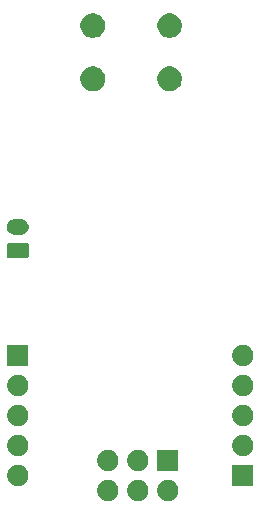
<source format=gbr>
G04 #@! TF.GenerationSoftware,KiCad,Pcbnew,5.1.5+dfsg1-2build2*
G04 #@! TF.CreationDate,2021-03-19T14:08:30-04:00*
G04 #@! TF.ProjectId,hawk,6861776b-2e6b-4696-9361-645f70636258,rev?*
G04 #@! TF.SameCoordinates,Original*
G04 #@! TF.FileFunction,Soldermask,Bot*
G04 #@! TF.FilePolarity,Negative*
%FSLAX46Y46*%
G04 Gerber Fmt 4.6, Leading zero omitted, Abs format (unit mm)*
G04 Created by KiCad (PCBNEW 5.1.5+dfsg1-2build2) date 2021-03-19 14:08:30*
%MOMM*%
%LPD*%
G04 APERTURE LIST*
%ADD10C,0.100000*%
G04 APERTURE END LIST*
D10*
G36*
X138543512Y-115943927D02*
G01*
X138692812Y-115973624D01*
X138856784Y-116041544D01*
X139004354Y-116140147D01*
X139129853Y-116265646D01*
X139228456Y-116413216D01*
X139296376Y-116577188D01*
X139331000Y-116751259D01*
X139331000Y-116928741D01*
X139296376Y-117102812D01*
X139228456Y-117266784D01*
X139129853Y-117414354D01*
X139004354Y-117539853D01*
X138856784Y-117638456D01*
X138692812Y-117706376D01*
X138543512Y-117736073D01*
X138518742Y-117741000D01*
X138341258Y-117741000D01*
X138316488Y-117736073D01*
X138167188Y-117706376D01*
X138003216Y-117638456D01*
X137855646Y-117539853D01*
X137730147Y-117414354D01*
X137631544Y-117266784D01*
X137563624Y-117102812D01*
X137529000Y-116928741D01*
X137529000Y-116751259D01*
X137563624Y-116577188D01*
X137631544Y-116413216D01*
X137730147Y-116265646D01*
X137855646Y-116140147D01*
X138003216Y-116041544D01*
X138167188Y-115973624D01*
X138316488Y-115943927D01*
X138341258Y-115939000D01*
X138518742Y-115939000D01*
X138543512Y-115943927D01*
G37*
G36*
X133463512Y-115943927D02*
G01*
X133612812Y-115973624D01*
X133776784Y-116041544D01*
X133924354Y-116140147D01*
X134049853Y-116265646D01*
X134148456Y-116413216D01*
X134216376Y-116577188D01*
X134251000Y-116751259D01*
X134251000Y-116928741D01*
X134216376Y-117102812D01*
X134148456Y-117266784D01*
X134049853Y-117414354D01*
X133924354Y-117539853D01*
X133776784Y-117638456D01*
X133612812Y-117706376D01*
X133463512Y-117736073D01*
X133438742Y-117741000D01*
X133261258Y-117741000D01*
X133236488Y-117736073D01*
X133087188Y-117706376D01*
X132923216Y-117638456D01*
X132775646Y-117539853D01*
X132650147Y-117414354D01*
X132551544Y-117266784D01*
X132483624Y-117102812D01*
X132449000Y-116928741D01*
X132449000Y-116751259D01*
X132483624Y-116577188D01*
X132551544Y-116413216D01*
X132650147Y-116265646D01*
X132775646Y-116140147D01*
X132923216Y-116041544D01*
X133087188Y-115973624D01*
X133236488Y-115943927D01*
X133261258Y-115939000D01*
X133438742Y-115939000D01*
X133463512Y-115943927D01*
G37*
G36*
X136003512Y-115943927D02*
G01*
X136152812Y-115973624D01*
X136316784Y-116041544D01*
X136464354Y-116140147D01*
X136589853Y-116265646D01*
X136688456Y-116413216D01*
X136756376Y-116577188D01*
X136791000Y-116751259D01*
X136791000Y-116928741D01*
X136756376Y-117102812D01*
X136688456Y-117266784D01*
X136589853Y-117414354D01*
X136464354Y-117539853D01*
X136316784Y-117638456D01*
X136152812Y-117706376D01*
X136003512Y-117736073D01*
X135978742Y-117741000D01*
X135801258Y-117741000D01*
X135776488Y-117736073D01*
X135627188Y-117706376D01*
X135463216Y-117638456D01*
X135315646Y-117539853D01*
X135190147Y-117414354D01*
X135091544Y-117266784D01*
X135023624Y-117102812D01*
X134989000Y-116928741D01*
X134989000Y-116751259D01*
X135023624Y-116577188D01*
X135091544Y-116413216D01*
X135190147Y-116265646D01*
X135315646Y-116140147D01*
X135463216Y-116041544D01*
X135627188Y-115973624D01*
X135776488Y-115943927D01*
X135801258Y-115939000D01*
X135978742Y-115939000D01*
X136003512Y-115943927D01*
G37*
G36*
X125843512Y-114673927D02*
G01*
X125992812Y-114703624D01*
X126156784Y-114771544D01*
X126304354Y-114870147D01*
X126429853Y-114995646D01*
X126528456Y-115143216D01*
X126596376Y-115307188D01*
X126631000Y-115481259D01*
X126631000Y-115658741D01*
X126596376Y-115832812D01*
X126528456Y-115996784D01*
X126429853Y-116144354D01*
X126304354Y-116269853D01*
X126156784Y-116368456D01*
X125992812Y-116436376D01*
X125843512Y-116466073D01*
X125818742Y-116471000D01*
X125641258Y-116471000D01*
X125616488Y-116466073D01*
X125467188Y-116436376D01*
X125303216Y-116368456D01*
X125155646Y-116269853D01*
X125030147Y-116144354D01*
X124931544Y-115996784D01*
X124863624Y-115832812D01*
X124829000Y-115658741D01*
X124829000Y-115481259D01*
X124863624Y-115307188D01*
X124931544Y-115143216D01*
X125030147Y-114995646D01*
X125155646Y-114870147D01*
X125303216Y-114771544D01*
X125467188Y-114703624D01*
X125616488Y-114673927D01*
X125641258Y-114669000D01*
X125818742Y-114669000D01*
X125843512Y-114673927D01*
G37*
G36*
X145681000Y-116471000D02*
G01*
X143879000Y-116471000D01*
X143879000Y-114669000D01*
X145681000Y-114669000D01*
X145681000Y-116471000D01*
G37*
G36*
X136003512Y-113403927D02*
G01*
X136152812Y-113433624D01*
X136316784Y-113501544D01*
X136464354Y-113600147D01*
X136589853Y-113725646D01*
X136688456Y-113873216D01*
X136756376Y-114037188D01*
X136791000Y-114211259D01*
X136791000Y-114388741D01*
X136756376Y-114562812D01*
X136688456Y-114726784D01*
X136589853Y-114874354D01*
X136464354Y-114999853D01*
X136316784Y-115098456D01*
X136152812Y-115166376D01*
X136003512Y-115196073D01*
X135978742Y-115201000D01*
X135801258Y-115201000D01*
X135776488Y-115196073D01*
X135627188Y-115166376D01*
X135463216Y-115098456D01*
X135315646Y-114999853D01*
X135190147Y-114874354D01*
X135091544Y-114726784D01*
X135023624Y-114562812D01*
X134989000Y-114388741D01*
X134989000Y-114211259D01*
X135023624Y-114037188D01*
X135091544Y-113873216D01*
X135190147Y-113725646D01*
X135315646Y-113600147D01*
X135463216Y-113501544D01*
X135627188Y-113433624D01*
X135776488Y-113403927D01*
X135801258Y-113399000D01*
X135978742Y-113399000D01*
X136003512Y-113403927D01*
G37*
G36*
X139331000Y-115201000D02*
G01*
X137529000Y-115201000D01*
X137529000Y-113399000D01*
X139331000Y-113399000D01*
X139331000Y-115201000D01*
G37*
G36*
X133463512Y-113403927D02*
G01*
X133612812Y-113433624D01*
X133776784Y-113501544D01*
X133924354Y-113600147D01*
X134049853Y-113725646D01*
X134148456Y-113873216D01*
X134216376Y-114037188D01*
X134251000Y-114211259D01*
X134251000Y-114388741D01*
X134216376Y-114562812D01*
X134148456Y-114726784D01*
X134049853Y-114874354D01*
X133924354Y-114999853D01*
X133776784Y-115098456D01*
X133612812Y-115166376D01*
X133463512Y-115196073D01*
X133438742Y-115201000D01*
X133261258Y-115201000D01*
X133236488Y-115196073D01*
X133087188Y-115166376D01*
X132923216Y-115098456D01*
X132775646Y-114999853D01*
X132650147Y-114874354D01*
X132551544Y-114726784D01*
X132483624Y-114562812D01*
X132449000Y-114388741D01*
X132449000Y-114211259D01*
X132483624Y-114037188D01*
X132551544Y-113873216D01*
X132650147Y-113725646D01*
X132775646Y-113600147D01*
X132923216Y-113501544D01*
X133087188Y-113433624D01*
X133236488Y-113403927D01*
X133261258Y-113399000D01*
X133438742Y-113399000D01*
X133463512Y-113403927D01*
G37*
G36*
X125843512Y-112133927D02*
G01*
X125992812Y-112163624D01*
X126156784Y-112231544D01*
X126304354Y-112330147D01*
X126429853Y-112455646D01*
X126528456Y-112603216D01*
X126596376Y-112767188D01*
X126631000Y-112941259D01*
X126631000Y-113118741D01*
X126596376Y-113292812D01*
X126528456Y-113456784D01*
X126429853Y-113604354D01*
X126304354Y-113729853D01*
X126156784Y-113828456D01*
X125992812Y-113896376D01*
X125843512Y-113926073D01*
X125818742Y-113931000D01*
X125641258Y-113931000D01*
X125616488Y-113926073D01*
X125467188Y-113896376D01*
X125303216Y-113828456D01*
X125155646Y-113729853D01*
X125030147Y-113604354D01*
X124931544Y-113456784D01*
X124863624Y-113292812D01*
X124829000Y-113118741D01*
X124829000Y-112941259D01*
X124863624Y-112767188D01*
X124931544Y-112603216D01*
X125030147Y-112455646D01*
X125155646Y-112330147D01*
X125303216Y-112231544D01*
X125467188Y-112163624D01*
X125616488Y-112133927D01*
X125641258Y-112129000D01*
X125818742Y-112129000D01*
X125843512Y-112133927D01*
G37*
G36*
X144893512Y-112133927D02*
G01*
X145042812Y-112163624D01*
X145206784Y-112231544D01*
X145354354Y-112330147D01*
X145479853Y-112455646D01*
X145578456Y-112603216D01*
X145646376Y-112767188D01*
X145681000Y-112941259D01*
X145681000Y-113118741D01*
X145646376Y-113292812D01*
X145578456Y-113456784D01*
X145479853Y-113604354D01*
X145354354Y-113729853D01*
X145206784Y-113828456D01*
X145042812Y-113896376D01*
X144893512Y-113926073D01*
X144868742Y-113931000D01*
X144691258Y-113931000D01*
X144666488Y-113926073D01*
X144517188Y-113896376D01*
X144353216Y-113828456D01*
X144205646Y-113729853D01*
X144080147Y-113604354D01*
X143981544Y-113456784D01*
X143913624Y-113292812D01*
X143879000Y-113118741D01*
X143879000Y-112941259D01*
X143913624Y-112767188D01*
X143981544Y-112603216D01*
X144080147Y-112455646D01*
X144205646Y-112330147D01*
X144353216Y-112231544D01*
X144517188Y-112163624D01*
X144666488Y-112133927D01*
X144691258Y-112129000D01*
X144868742Y-112129000D01*
X144893512Y-112133927D01*
G37*
G36*
X144893512Y-109593927D02*
G01*
X145042812Y-109623624D01*
X145206784Y-109691544D01*
X145354354Y-109790147D01*
X145479853Y-109915646D01*
X145578456Y-110063216D01*
X145646376Y-110227188D01*
X145681000Y-110401259D01*
X145681000Y-110578741D01*
X145646376Y-110752812D01*
X145578456Y-110916784D01*
X145479853Y-111064354D01*
X145354354Y-111189853D01*
X145206784Y-111288456D01*
X145042812Y-111356376D01*
X144893512Y-111386073D01*
X144868742Y-111391000D01*
X144691258Y-111391000D01*
X144666488Y-111386073D01*
X144517188Y-111356376D01*
X144353216Y-111288456D01*
X144205646Y-111189853D01*
X144080147Y-111064354D01*
X143981544Y-110916784D01*
X143913624Y-110752812D01*
X143879000Y-110578741D01*
X143879000Y-110401259D01*
X143913624Y-110227188D01*
X143981544Y-110063216D01*
X144080147Y-109915646D01*
X144205646Y-109790147D01*
X144353216Y-109691544D01*
X144517188Y-109623624D01*
X144666488Y-109593927D01*
X144691258Y-109589000D01*
X144868742Y-109589000D01*
X144893512Y-109593927D01*
G37*
G36*
X125843512Y-109593927D02*
G01*
X125992812Y-109623624D01*
X126156784Y-109691544D01*
X126304354Y-109790147D01*
X126429853Y-109915646D01*
X126528456Y-110063216D01*
X126596376Y-110227188D01*
X126631000Y-110401259D01*
X126631000Y-110578741D01*
X126596376Y-110752812D01*
X126528456Y-110916784D01*
X126429853Y-111064354D01*
X126304354Y-111189853D01*
X126156784Y-111288456D01*
X125992812Y-111356376D01*
X125843512Y-111386073D01*
X125818742Y-111391000D01*
X125641258Y-111391000D01*
X125616488Y-111386073D01*
X125467188Y-111356376D01*
X125303216Y-111288456D01*
X125155646Y-111189853D01*
X125030147Y-111064354D01*
X124931544Y-110916784D01*
X124863624Y-110752812D01*
X124829000Y-110578741D01*
X124829000Y-110401259D01*
X124863624Y-110227188D01*
X124931544Y-110063216D01*
X125030147Y-109915646D01*
X125155646Y-109790147D01*
X125303216Y-109691544D01*
X125467188Y-109623624D01*
X125616488Y-109593927D01*
X125641258Y-109589000D01*
X125818742Y-109589000D01*
X125843512Y-109593927D01*
G37*
G36*
X125843512Y-107053927D02*
G01*
X125992812Y-107083624D01*
X126156784Y-107151544D01*
X126304354Y-107250147D01*
X126429853Y-107375646D01*
X126528456Y-107523216D01*
X126596376Y-107687188D01*
X126631000Y-107861259D01*
X126631000Y-108038741D01*
X126596376Y-108212812D01*
X126528456Y-108376784D01*
X126429853Y-108524354D01*
X126304354Y-108649853D01*
X126156784Y-108748456D01*
X125992812Y-108816376D01*
X125843512Y-108846073D01*
X125818742Y-108851000D01*
X125641258Y-108851000D01*
X125616488Y-108846073D01*
X125467188Y-108816376D01*
X125303216Y-108748456D01*
X125155646Y-108649853D01*
X125030147Y-108524354D01*
X124931544Y-108376784D01*
X124863624Y-108212812D01*
X124829000Y-108038741D01*
X124829000Y-107861259D01*
X124863624Y-107687188D01*
X124931544Y-107523216D01*
X125030147Y-107375646D01*
X125155646Y-107250147D01*
X125303216Y-107151544D01*
X125467188Y-107083624D01*
X125616488Y-107053927D01*
X125641258Y-107049000D01*
X125818742Y-107049000D01*
X125843512Y-107053927D01*
G37*
G36*
X144893512Y-107053927D02*
G01*
X145042812Y-107083624D01*
X145206784Y-107151544D01*
X145354354Y-107250147D01*
X145479853Y-107375646D01*
X145578456Y-107523216D01*
X145646376Y-107687188D01*
X145681000Y-107861259D01*
X145681000Y-108038741D01*
X145646376Y-108212812D01*
X145578456Y-108376784D01*
X145479853Y-108524354D01*
X145354354Y-108649853D01*
X145206784Y-108748456D01*
X145042812Y-108816376D01*
X144893512Y-108846073D01*
X144868742Y-108851000D01*
X144691258Y-108851000D01*
X144666488Y-108846073D01*
X144517188Y-108816376D01*
X144353216Y-108748456D01*
X144205646Y-108649853D01*
X144080147Y-108524354D01*
X143981544Y-108376784D01*
X143913624Y-108212812D01*
X143879000Y-108038741D01*
X143879000Y-107861259D01*
X143913624Y-107687188D01*
X143981544Y-107523216D01*
X144080147Y-107375646D01*
X144205646Y-107250147D01*
X144353216Y-107151544D01*
X144517188Y-107083624D01*
X144666488Y-107053927D01*
X144691258Y-107049000D01*
X144868742Y-107049000D01*
X144893512Y-107053927D01*
G37*
G36*
X126631000Y-106311000D02*
G01*
X124829000Y-106311000D01*
X124829000Y-104509000D01*
X126631000Y-104509000D01*
X126631000Y-106311000D01*
G37*
G36*
X144893512Y-104513927D02*
G01*
X145042812Y-104543624D01*
X145206784Y-104611544D01*
X145354354Y-104710147D01*
X145479853Y-104835646D01*
X145578456Y-104983216D01*
X145646376Y-105147188D01*
X145681000Y-105321259D01*
X145681000Y-105498741D01*
X145646376Y-105672812D01*
X145578456Y-105836784D01*
X145479853Y-105984354D01*
X145354354Y-106109853D01*
X145206784Y-106208456D01*
X145042812Y-106276376D01*
X144893512Y-106306073D01*
X144868742Y-106311000D01*
X144691258Y-106311000D01*
X144666488Y-106306073D01*
X144517188Y-106276376D01*
X144353216Y-106208456D01*
X144205646Y-106109853D01*
X144080147Y-105984354D01*
X143981544Y-105836784D01*
X143913624Y-105672812D01*
X143879000Y-105498741D01*
X143879000Y-105321259D01*
X143913624Y-105147188D01*
X143981544Y-104983216D01*
X144080147Y-104835646D01*
X144205646Y-104710147D01*
X144353216Y-104611544D01*
X144517188Y-104543624D01*
X144666488Y-104513927D01*
X144691258Y-104509000D01*
X144868742Y-104509000D01*
X144893512Y-104513927D01*
G37*
G36*
X126496242Y-95873404D02*
G01*
X126533337Y-95884657D01*
X126567515Y-95902925D01*
X126597481Y-95927519D01*
X126622075Y-95957485D01*
X126640343Y-95991663D01*
X126651596Y-96028758D01*
X126656000Y-96073474D01*
X126656000Y-96966526D01*
X126651596Y-97011242D01*
X126640343Y-97048337D01*
X126622075Y-97082515D01*
X126597481Y-97112481D01*
X126567515Y-97137075D01*
X126533337Y-97155343D01*
X126496242Y-97166596D01*
X126451526Y-97171000D01*
X125008474Y-97171000D01*
X124963758Y-97166596D01*
X124926663Y-97155343D01*
X124892485Y-97137075D01*
X124862519Y-97112481D01*
X124837925Y-97082515D01*
X124819657Y-97048337D01*
X124808404Y-97011242D01*
X124804000Y-96966526D01*
X124804000Y-96073474D01*
X124808404Y-96028758D01*
X124819657Y-95991663D01*
X124837925Y-95957485D01*
X124862519Y-95927519D01*
X124892485Y-95902925D01*
X124926663Y-95884657D01*
X124963758Y-95873404D01*
X125008474Y-95869000D01*
X126451526Y-95869000D01*
X126496242Y-95873404D01*
G37*
G36*
X126068855Y-93872140D02*
G01*
X126132618Y-93878420D01*
X126223404Y-93905960D01*
X126255336Y-93915646D01*
X126368425Y-93976094D01*
X126467554Y-94057446D01*
X126548906Y-94156575D01*
X126609354Y-94269664D01*
X126609355Y-94269668D01*
X126646580Y-94392382D01*
X126659149Y-94520000D01*
X126646580Y-94647618D01*
X126619040Y-94738404D01*
X126609354Y-94770336D01*
X126548906Y-94883425D01*
X126467554Y-94982554D01*
X126368425Y-95063906D01*
X126255336Y-95124354D01*
X126223404Y-95134040D01*
X126132618Y-95161580D01*
X126068855Y-95167860D01*
X126036974Y-95171000D01*
X125423026Y-95171000D01*
X125391145Y-95167860D01*
X125327382Y-95161580D01*
X125236596Y-95134040D01*
X125204664Y-95124354D01*
X125091575Y-95063906D01*
X124992446Y-94982554D01*
X124911094Y-94883425D01*
X124850646Y-94770336D01*
X124840960Y-94738404D01*
X124813420Y-94647618D01*
X124800851Y-94520000D01*
X124813420Y-94392382D01*
X124850645Y-94269668D01*
X124850646Y-94269664D01*
X124911094Y-94156575D01*
X124992446Y-94057446D01*
X125091575Y-93976094D01*
X125204664Y-93915646D01*
X125236596Y-93905960D01*
X125327382Y-93878420D01*
X125391145Y-93872140D01*
X125423026Y-93869000D01*
X126036974Y-93869000D01*
X126068855Y-93872140D01*
G37*
G36*
X132386564Y-80959389D02*
G01*
X132577833Y-81038615D01*
X132577835Y-81038616D01*
X132749973Y-81153635D01*
X132896365Y-81300027D01*
X133011385Y-81472167D01*
X133090611Y-81663436D01*
X133131000Y-81866484D01*
X133131000Y-82073516D01*
X133090611Y-82276564D01*
X133011385Y-82467833D01*
X133011384Y-82467835D01*
X132896365Y-82639973D01*
X132749973Y-82786365D01*
X132577835Y-82901384D01*
X132577834Y-82901385D01*
X132577833Y-82901385D01*
X132386564Y-82980611D01*
X132183516Y-83021000D01*
X131976484Y-83021000D01*
X131773436Y-82980611D01*
X131582167Y-82901385D01*
X131582166Y-82901385D01*
X131582165Y-82901384D01*
X131410027Y-82786365D01*
X131263635Y-82639973D01*
X131148616Y-82467835D01*
X131148615Y-82467833D01*
X131069389Y-82276564D01*
X131029000Y-82073516D01*
X131029000Y-81866484D01*
X131069389Y-81663436D01*
X131148615Y-81472167D01*
X131263635Y-81300027D01*
X131410027Y-81153635D01*
X131582165Y-81038616D01*
X131582167Y-81038615D01*
X131773436Y-80959389D01*
X131976484Y-80919000D01*
X132183516Y-80919000D01*
X132386564Y-80959389D01*
G37*
G36*
X138886564Y-80959389D02*
G01*
X139077833Y-81038615D01*
X139077835Y-81038616D01*
X139249973Y-81153635D01*
X139396365Y-81300027D01*
X139511385Y-81472167D01*
X139590611Y-81663436D01*
X139631000Y-81866484D01*
X139631000Y-82073516D01*
X139590611Y-82276564D01*
X139511385Y-82467833D01*
X139511384Y-82467835D01*
X139396365Y-82639973D01*
X139249973Y-82786365D01*
X139077835Y-82901384D01*
X139077834Y-82901385D01*
X139077833Y-82901385D01*
X138886564Y-82980611D01*
X138683516Y-83021000D01*
X138476484Y-83021000D01*
X138273436Y-82980611D01*
X138082167Y-82901385D01*
X138082166Y-82901385D01*
X138082165Y-82901384D01*
X137910027Y-82786365D01*
X137763635Y-82639973D01*
X137648616Y-82467835D01*
X137648615Y-82467833D01*
X137569389Y-82276564D01*
X137529000Y-82073516D01*
X137529000Y-81866484D01*
X137569389Y-81663436D01*
X137648615Y-81472167D01*
X137763635Y-81300027D01*
X137910027Y-81153635D01*
X138082165Y-81038616D01*
X138082167Y-81038615D01*
X138273436Y-80959389D01*
X138476484Y-80919000D01*
X138683516Y-80919000D01*
X138886564Y-80959389D01*
G37*
G36*
X132386564Y-76459389D02*
G01*
X132577833Y-76538615D01*
X132577835Y-76538616D01*
X132749973Y-76653635D01*
X132896365Y-76800027D01*
X133011385Y-76972167D01*
X133090611Y-77163436D01*
X133131000Y-77366484D01*
X133131000Y-77573516D01*
X133090611Y-77776564D01*
X133011385Y-77967833D01*
X133011384Y-77967835D01*
X132896365Y-78139973D01*
X132749973Y-78286365D01*
X132577835Y-78401384D01*
X132577834Y-78401385D01*
X132577833Y-78401385D01*
X132386564Y-78480611D01*
X132183516Y-78521000D01*
X131976484Y-78521000D01*
X131773436Y-78480611D01*
X131582167Y-78401385D01*
X131582166Y-78401385D01*
X131582165Y-78401384D01*
X131410027Y-78286365D01*
X131263635Y-78139973D01*
X131148616Y-77967835D01*
X131148615Y-77967833D01*
X131069389Y-77776564D01*
X131029000Y-77573516D01*
X131029000Y-77366484D01*
X131069389Y-77163436D01*
X131148615Y-76972167D01*
X131263635Y-76800027D01*
X131410027Y-76653635D01*
X131582165Y-76538616D01*
X131582167Y-76538615D01*
X131773436Y-76459389D01*
X131976484Y-76419000D01*
X132183516Y-76419000D01*
X132386564Y-76459389D01*
G37*
G36*
X138886564Y-76459389D02*
G01*
X139077833Y-76538615D01*
X139077835Y-76538616D01*
X139249973Y-76653635D01*
X139396365Y-76800027D01*
X139511385Y-76972167D01*
X139590611Y-77163436D01*
X139631000Y-77366484D01*
X139631000Y-77573516D01*
X139590611Y-77776564D01*
X139511385Y-77967833D01*
X139511384Y-77967835D01*
X139396365Y-78139973D01*
X139249973Y-78286365D01*
X139077835Y-78401384D01*
X139077834Y-78401385D01*
X139077833Y-78401385D01*
X138886564Y-78480611D01*
X138683516Y-78521000D01*
X138476484Y-78521000D01*
X138273436Y-78480611D01*
X138082167Y-78401385D01*
X138082166Y-78401385D01*
X138082165Y-78401384D01*
X137910027Y-78286365D01*
X137763635Y-78139973D01*
X137648616Y-77967835D01*
X137648615Y-77967833D01*
X137569389Y-77776564D01*
X137529000Y-77573516D01*
X137529000Y-77366484D01*
X137569389Y-77163436D01*
X137648615Y-76972167D01*
X137763635Y-76800027D01*
X137910027Y-76653635D01*
X138082165Y-76538616D01*
X138082167Y-76538615D01*
X138273436Y-76459389D01*
X138476484Y-76419000D01*
X138683516Y-76419000D01*
X138886564Y-76459389D01*
G37*
M02*

</source>
